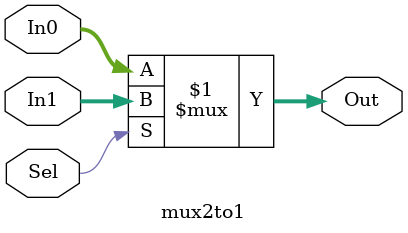
<source format=v>
module sqrt_csa_rsa (
    A,
    B,
    Cin,
    Out
);

input [8:0] A;
input [8:0] B;
input Cin;
output [9:0] Out;

wire [2:0] o_rsa_2bit;

wire [3:0] o_rsa_3bit;
wire [3:0] o_rsa_3bit_add;
wire [3:0] o_rsa_3bit_sub;

wire [4:0] o_rsa_4bit;
wire [4:0] o_rsa_4bit_add;
wire [4:0] o_rsa_4bit_sub;

rsa #(.N(2)) rsa_2bit(  .A(A[1:0]),
                        .B(B[1:0]),
                        .Cin(Cin),
                        .Sum(o_rsa_2bit[1:0]),
                        .Cout(o_rsa_2bit[2]));

rsa #(.N(3)) rsa_3bit_add(  .A(A[4:2]),
                            .B(B[4:2]),
                            .Cin(1'b0),
                            .Sum(o_rsa_3bit_add[2:0]),
                            .Cout(o_rsa_3bit_add[3]));

rsa #(.N(3)) rsa_3bit_sub(  .A(A[4:2]),
                            .B(B[4:2]),
                            .Cin(1'b1),
                            .Sum(o_rsa_3bit_sub[2:0]),
                            .Cout(o_rsa_3bit_sub[3]));                           

rsa #(.N(4)) rsa_4bit_add(  .A(A[8:5]),
                            .B(B[8:5]),
                            .Cin(1'b0),
                            .Sum(o_rsa_4bit_add[3:0]),
                            .Cout(o_rsa_4bit_add[4]));

rsa #(.N(4)) rsa_4bit_sub(  .A(A[8:5]),
                            .B(B[8:5]),
                            .Cin(1'b1),
                            .Sum(o_rsa_4bit_sub[3:0]),
                            .Cout(o_rsa_4bit_sub[4])); 

mux2to1 #(.N(4)) mux_4bit(  .In0(o_rsa_3bit_add), 
                            .In1(o_rsa_3bit_sub), 
                            .Sel(o_rsa_2bit[2]), 
                            .Out(o_rsa_3bit));

mux2to1 #(.N(5)) mux_5bit(  .In0(o_rsa_4bit_add), 
                            .In1(o_rsa_4bit_sub), 
                            .Sel(o_rsa_3bit[3]), 
                            .Out(o_rsa_4bit)); 

assign Out = {o_rsa_4bit, o_rsa_3bit[2:0], o_rsa_2bit[1:0]};

endmodule


/////////////////////////////////

module rsa #( parameter N = 4 ) (
    input  wire [N-1:0] A, B,  // Các toán hạng đầu vào
    input  wire Cin,           // Bit nhớ vào
    output wire [N-1:0] Sum,   // Tổng đầu ra
    output wire Cout           // Bit nhớ ra
);
    wire [N:0] carry;          // Dây để truyền bit nhớ giữa các bộ cộng
    wire [N-1:0] B_xor;        // B XOR với Cin để hỗ trợ phép trừ khi cần

    assign B_xor = B ^ {N{Cin}};  // Nếu Cin = 1, sẽ thực hiện phép trừ A - B
    assign carry[0] = Cin; 
    

    genvar i;
    generate
        for (i = 0; i < N; i = i + 1) begin : adder_stage
            full_adder FA (
                .A(A[i]), 
                .B(B_xor[i]), 
                .Cin(carry[i]), 
                .Sum(Sum[i]), 
                .Cout(carry[i+1])
            );
        end
    endgenerate

    assign carry_sign = carry[N];  
    assign Cout = carry_sign ^ Cin;  // Xữ lý bit có dấu khi trừ

endmodule


// Full Adder 1-bit
module full_adder (
    input  wire A, B, Cin,  
    output wire Sum, Cout   
);
    assign Sum  = A ^ B ^ Cin; 
    assign Cout = (A & B) | (A & Cin) | (B & Cin);  
endmodule


///////////////////////////
module mux2to1 #(parameter N = 9) (
    input  [N-1:0] In0, In1,
    input  Sel,
    output [N-1:0] Out
);
    assign Out = Sel ? In1 : In0;
endmodule
</source>
